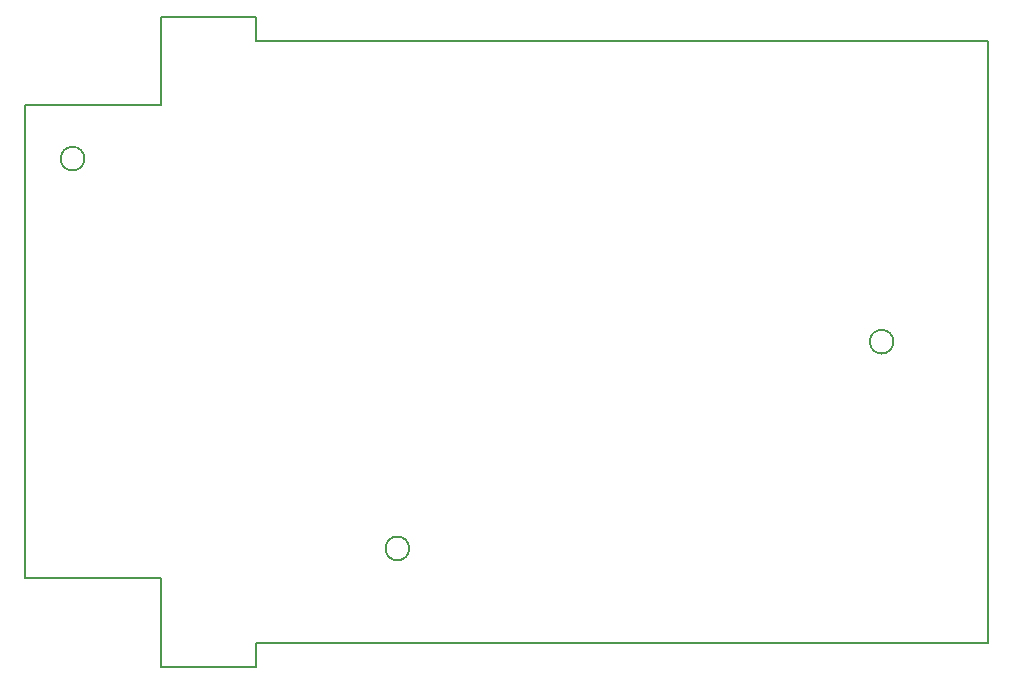
<source format=gm1>
G04 #@! TF.GenerationSoftware,KiCad,Pcbnew,5.0.2-bee76a0~70~ubuntu18.04.1*
G04 #@! TF.CreationDate,2019-12-02T22:21:51+01:00*
G04 #@! TF.ProjectId,meross,6d65726f-7373-42e6-9b69-6361645f7063,rev?*
G04 #@! TF.SameCoordinates,PX6ea0500PY700e860*
G04 #@! TF.FileFunction,Profile,NP*
%FSLAX46Y46*%
G04 Gerber Fmt 4.6, Leading zero omitted, Abs format (unit mm)*
G04 Created by KiCad (PCBNEW 5.0.2-bee76a0~70~ubuntu18.04.1) date Mon 02 Dec 2019 10:21:51 PM CET*
%MOMM*%
%LPD*%
G01*
G04 APERTURE LIST*
%ADD10C,0.200000*%
G04 APERTURE END LIST*
D10*
X32500000Y10000000D02*
G75*
G03X32500000Y10000000I-1000000J0D01*
G01*
X5000000Y43000000D02*
G75*
G03X5000000Y43000000I-1000000J0D01*
G01*
X73500000Y27500000D02*
G75*
G03X73500000Y27500000I-1000000J0D01*
G01*
X81499999Y53000000D02*
X81500000Y2000000D01*
X81499999Y53000000D02*
X19500000Y53000000D01*
X19500000Y2000000D02*
X81500000Y2000000D01*
X19500000Y0D02*
X19500000Y2000000D01*
X19500000Y53000000D02*
X19500000Y55000000D01*
X19500000Y0D02*
X11500000Y0D01*
X11500000Y55000000D02*
X19500000Y55000000D01*
X11500000Y55000000D02*
X11500000Y47500000D01*
X11500000Y7500000D02*
X11500000Y0D01*
X11500000Y7500000D02*
X0Y7500000D01*
X0Y47500000D02*
X11500000Y47500000D01*
X0Y7500000D02*
X0Y47500000D01*
M02*

</source>
